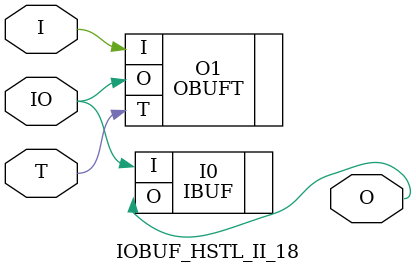
<source format=v>


`timescale  1 ps / 1 ps


module IOBUF_HSTL_II_18 (O, IO, I, T);

    output O;

    inout  IO;

    input  I, T;

        OBUFT #(.IOSTANDARD("HSTL_II_18") ) O1 (.O(IO), .I(I), .T(T)); 
	IBUF #(.IOSTANDARD("HSTL_II_18"))  I0 (.O(O), .I(IO));
        

endmodule



</source>
